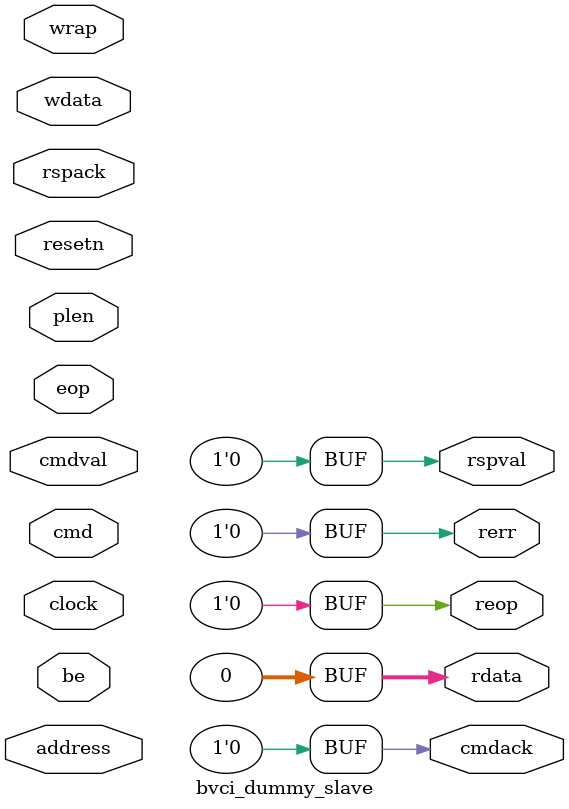
<source format=v>

module bvci_dummy_slave
                       #(
                        parameter aw = 12,
                        parameter dw = 32
                        )
                        ( input              cmdval,
                          output             cmdack,
                          input  [1:0]       cmd,
                          input  [aw-1:0]    address,
                          input              wrap,
                          input  [7:0]       plen,
                          input  [dw-1:0]    wdata,
                          input  [dw/8-1:0]  be,
                          input              eop,
                          output             rspval,
                          input              rspack,
                          output [dw-1:0]    rdata,
                          output             rerr,
                          output             reop,
                          input              clock,
                          input              resetn
                         );

// assign default values to the output signals
assign cmdack = 0;
assign rspval = 0;
assign rdata = 0;
assign rerr = 0;
assign reop = 0;

 endmodule

</source>
